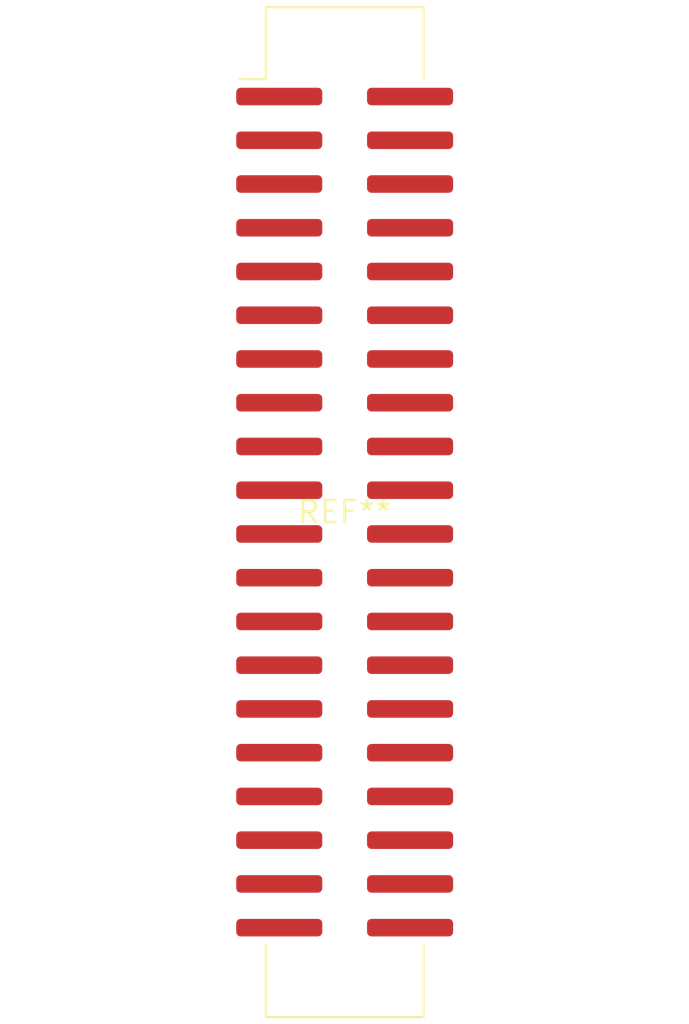
<source format=kicad_pcb>
(kicad_pcb (version 20240108) (generator pcbnew)
  (layers (0 "F.Cu" signal) (31 "B.Cu" signal) (34 "B.Paste" user) (35 "F.Paste" user) (36 "B.SilkS" user "B.Silkscreen") (37 "F.SilkS" user "F.Silkscreen") (38 "B.Mask" user) (39 "F.Mask" user) (44 "Edge.Cuts" user))
  (net 0 "")
  (footprint "IDC-Header_2x20_P2.54mm_Vertical_SMD" (layer "F.Cu") (at 0 0)
    (property "Reference" "REF**")
    (property "Value" "IDC-Header_2x20_P2.54mm_Vertical_SMD")
    (fp_line (start -4.585 -29.32) (end 4.585 -29.32) (layer "F.SilkS") (stroke (width 0.12)))
    (fp_line (start -4.585 -25.14) (end -6.085 -25.14) (layer "F.SilkS") (stroke (width 0.12)))
    (fp_line (start -4.585 -25.14) (end -4.585 -29.32) (layer "F.SilkS") (stroke (width 0.12)))
    (fp_line (start -4.585 25.14) (end -4.585 29.32) (layer "F.SilkS") (stroke (width 0.12)))
    (fp_line (start -4.585 29.32) (end 4.585 29.32) (layer "F.SilkS") (stroke (width 0.12)))
    (fp_line (start 4.585 -29.32) (end 4.585 -25.14) (layer "F.SilkS") (stroke (width 0.12)))
    (fp_line (start 4.585 29.32) (end 4.585 25.14) (layer "F.SilkS") (stroke (width 0.12)))
    (pad "1" smd roundrect (at -3.8 -24.13) (size 5 1.02) (layers "F.Cu" "F.Paste" "F.Mask"))
    (pad "2" smd roundrect (at 3.8 -24.13) (size 5 1.02) (layers "F.Cu" "F.Paste" "F.Mask"))
    (pad "3" smd roundrect (at -3.8 -21.59) (size 5 1.02) (layers "F.Cu" "F.Paste" "F.Mask"))
    (pad "4" smd roundrect (at 3.8 -21.59) (size 5 1.02) (layers "F.Cu" "F.Paste" "F.Mask"))
    (pad "5" smd roundrect (at -3.8 -19.05) (size 5 1.02) (layers "F.Cu" "F.Paste" "F.Mask"))
    (pad "6" smd roundrect (at 3.8 -19.05) (size 5 1.02) (layers "F.Cu" "F.Paste" "F.Mask"))
    (pad "7" smd roundrect (at -3.8 -16.51) (size 5 1.02) (layers "F.Cu" "F.Paste" "F.Mask"))
    (pad "8" smd roundrect (at 3.8 -16.51) (size 5 1.02) (layers "F.Cu" "F.Paste" "F.Mask"))
    (pad "9" smd roundrect (at -3.8 -13.97) (size 5 1.02) (layers "F.Cu" "F.Paste" "F.Mask"))
    (pad "10" smd roundrect (at 3.8 -13.97) (size 5 1.02) (layers "F.Cu" "F.Paste" "F.Mask"))
    (pad "11" smd roundrect (at -3.8 -11.43) (size 5 1.02) (layers "F.Cu" "F.Paste" "F.Mask"))
    (pad "12" smd roundrect (at 3.8 -11.43) (size 5 1.02) (layers "F.Cu" "F.Paste" "F.Mask"))
    (pad "13" smd roundrect (at -3.8 -8.89) (size 5 1.02) (layers "F.Cu" "F.Paste" "F.Mask"))
    (pad "14" smd roundrect (at 3.8 -8.89) (size 5 1.02) (layers "F.Cu" "F.Paste" "F.Mask"))
    (pad "15" smd roundrect (at -3.8 -6.35) (size 5 1.02) (layers "F.Cu" "F.Paste" "F.Mask"))
    (pad "16" smd roundrect (at 3.8 -6.35) (size 5 1.02) (layers "F.Cu" "F.Paste" "F.Mask"))
    (pad "17" smd roundrect (at -3.8 -3.81) (size 5 1.02) (layers "F.Cu" "F.Paste" "F.Mask"))
    (pad "18" smd roundrect (at 3.8 -3.81) (size 5 1.02) (layers "F.Cu" "F.Paste" "F.Mask"))
    (pad "19" smd roundrect (at -3.8 -1.27) (size 5 1.02) (layers "F.Cu" "F.Paste" "F.Mask"))
    (pad "20" smd roundrect (at 3.8 -1.27) (size 5 1.02) (layers "F.Cu" "F.Paste" "F.Mask"))
    (pad "21" smd roundrect (at -3.8 1.27) (size 5 1.02) (layers "F.Cu" "F.Paste" "F.Mask"))
    (pad "22" smd roundrect (at 3.8 1.27) (size 5 1.02) (layers "F.Cu" "F.Paste" "F.Mask"))
    (pad "23" smd roundrect (at -3.8 3.81) (size 5 1.02) (layers "F.Cu" "F.Paste" "F.Mask"))
    (pad "24" smd roundrect (at 3.8 3.81) (size 5 1.02) (layers "F.Cu" "F.Paste" "F.Mask"))
    (pad "25" smd roundrect (at -3.8 6.35) (size 5 1.02) (layers "F.Cu" "F.Paste" "F.Mask"))
    (pad "26" smd roundrect (at 3.8 6.35) (size 5 1.02) (layers "F.Cu" "F.Paste" "F.Mask"))
    (pad "27" smd roundrect (at -3.8 8.89) (size 5 1.02) (layers "F.Cu" "F.Paste" "F.Mask"))
    (pad "28" smd roundrect (at 3.8 8.89) (size 5 1.02) (layers "F.Cu" "F.Paste" "F.Mask"))
    (pad "29" smd roundrect (at -3.8 11.43) (size 5 1.02) (layers "F.Cu" "F.Paste" "F.Mask"))
    (pad "30" smd roundrect (at 3.8 11.43) (size 5 1.02) (layers "F.Cu" "F.Paste" "F.Mask"))
    (pad "31" smd roundrect (at -3.8 13.97) (size 5 1.02) (layers "F.Cu" "F.Paste" "F.Mask"))
    (pad "32" smd roundrect (at 3.8 13.97) (size 5 1.02) (layers "F.Cu" "F.Paste" "F.Mask"))
    (pad "33" smd roundrect (at -3.8 16.51) (size 5 1.02) (layers "F.Cu" "F.Paste" "F.Mask"))
    (pad "34" smd roundrect (at 3.8 16.51) (size 5 1.02) (layers "F.Cu" "F.Paste" "F.Mask"))
    (pad "35" smd roundrect (at -3.8 19.05) (size 5 1.02) (layers "F.Cu" "F.Paste" "F.Mask"))
    (pad "36" smd roundrect (at 3.8 19.05) (size 5 1.02) (layers "F.Cu" "F.Paste" "F.Mask"))
    (pad "37" smd roundrect (at -3.8 21.59) (size 5 1.02) (layers "F.Cu" "F.Paste" "F.Mask"))
    (pad "38" smd roundrect (at 3.8 21.59) (size 5 1.02) (layers "F.Cu" "F.Paste" "F.Mask"))
    (pad "39" smd roundrect (at -3.8 24.13) (size 5 1.02) (layers "F.Cu" "F.Paste" "F.Mask"))
    (pad "40" smd roundrect (at 3.8 24.13) (size 5 1.02) (layers "F.Cu" "F.Paste" "F.Mask"))
  )
)
</source>
